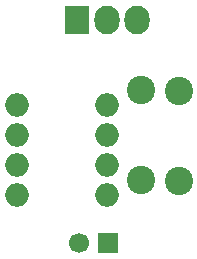
<source format=gbr>
G04 #@! TF.FileFunction,Soldermask,Top*
%FSLAX46Y46*%
G04 Gerber Fmt 4.6, Leading zero omitted, Abs format (unit mm)*
G04 Created by KiCad (PCBNEW 4.0.0-rc2-stable) date 3/4/2016 11:30:43 PM*
%MOMM*%
G01*
G04 APERTURE LIST*
%ADD10C,0.100000*%
%ADD11R,1.700000X1.700000*%
%ADD12C,1.700000*%
%ADD13R,2.127200X2.432000*%
%ADD14O,2.127200X2.432000*%
%ADD15C,2.398980*%
%ADD16O,2.000000X2.000000*%
G04 APERTURE END LIST*
D10*
D11*
X145592800Y-62331600D03*
D12*
X143092800Y-62331600D03*
D13*
X142951200Y-43484800D03*
D14*
X145491200Y-43484800D03*
X148031200Y-43484800D03*
D15*
X148386800Y-57048400D03*
X148386800Y-49428400D03*
X151561800Y-57099200D03*
X151561800Y-49479200D03*
D16*
X137833100Y-50647600D03*
X137833100Y-53187600D03*
X137833100Y-55727600D03*
X137833100Y-58267600D03*
X145453100Y-58267600D03*
X145453100Y-55727600D03*
X145453100Y-53187600D03*
X145453100Y-50647600D03*
M02*

</source>
